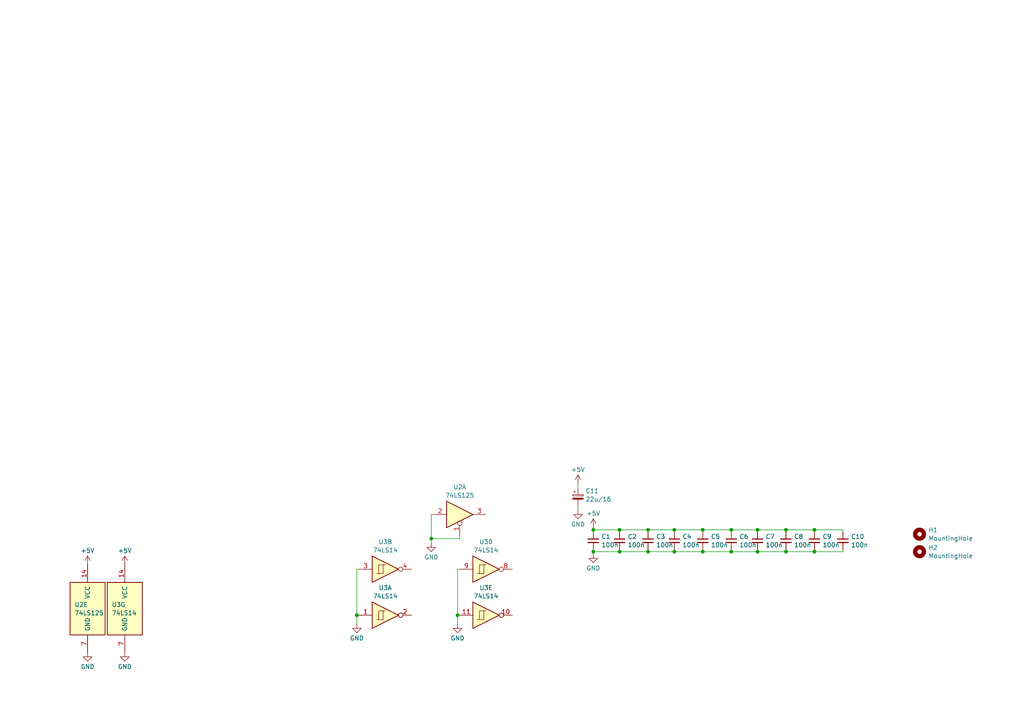
<source format=kicad_sch>
(kicad_sch (version 20230121) (generator eeschema)
  (paper "A4")
  (title_block (title "NCL-501 8-Bit ISA SCSI Card") (date "2024-03-24") (rev "v1") (company "100% Offner") (comment 1 "v0.1: Initial"))
  (lib_symbols
    (symbol "74xx:74LS125" (pin_names (offset 1.016))
      (property "Reference" "U" (at 0 1.27 0))
      (property "Value" "74LS125" (at 0 -1.27 0))
      (symbol "74LS125_1_0"
        (polyline (pts (xy -3.81 3.81) (xy -3.81 -3.81) (xy 3.81 0) (xy -3.81 3.81)) (stroke (width 0.254)) (fill (type background)))
        (pin input inverted (at 0 -6.35 90) (length 4.445) (name "~") (number "1"))
        (pin input line (at -7.62 0 0) (length 3.81) (name "~") (number "2"))
        (pin tri_state line (at 7.62 0 180) (length 3.81) (name "~") (number "3"))
      )
      (symbol "74LS125_2_0"
        (polyline (pts (xy -3.81 3.81) (xy -3.81 -3.81) (xy 3.81 0) (xy -3.81 3.81)) (stroke (width 0.254)) (fill (type background)))
        (pin input inverted (at 0 -6.35 90) (length 4.445) (name "~") (number "4"))
        (pin input line (at -7.62 0 0) (length 3.81) (name "~") (number "5"))
        (pin tri_state line (at 7.62 0 180) (length 3.81) (name "~") (number "6"))
      )
      (symbol "74LS125_3_0"
        (polyline (pts (xy -3.81 3.81) (xy -3.81 -3.81) (xy 3.81 0) (xy -3.81 3.81)) (stroke (width 0.254)) (fill (type background)))
        (pin input inverted (at 0 -6.35 90) (length 4.445) (name "~") (number "10"))
        (pin tri_state line (at 7.62 0 180) (length 3.81) (name "~") (number "8"))
        (pin input line (at -7.62 0 0) (length 3.81) (name "~") (number "9"))
      )
      (symbol "74LS125_4_0"
        (polyline (pts (xy -3.81 3.81) (xy -3.81 -3.81) (xy 3.81 0) (xy -3.81 3.81)) (stroke (width 0.254)) (fill (type background)))
        (pin tri_state line (at 7.62 0 180) (length 3.81) (name "~") (number "11"))
        (pin input line (at -7.62 0 0) (length 3.81) (name "~") (number "12"))
        (pin input inverted (at 0 -6.35 90) (length 4.445) (name "~") (number "13"))
      )
      (symbol "74LS125_5_0"
        (pin power_in line (at 0 12.7 270) (length 5.08) (name "VCC") (number "14"))
        (pin power_in line (at 0 -12.7 90) (length 5.08) (name "GND") (number "7"))
      )
      (symbol "74LS125_5_1"
        (rectangle (start -5.08 7.62) (end 5.08 -7.62) (stroke (width 0.254)) (fill (type background)))
      )
    )
    (symbol "74xx:74LS14" (pin_names (offset 1.016))
      (property "Reference" "U" (at 0 1.27 0))
      (property "Value" "74LS14" (at 0 -1.27 0))
      (symbol "74LS14_1_0"
        (polyline (pts (xy -3.81 3.81) (xy -3.81 -3.81) (xy 3.81 0) (xy -3.81 3.81)) (stroke (width 0.254)) (fill (type background)))
        (pin input line (at -7.62 0 0) (length 3.81) (name "~") (number "1"))
        (pin output inverted (at 7.62 0 180) (length 3.81) (name "~") (number "2"))
      )
      (symbol "74LS14_1_1"
        (polyline (pts (xy -1.905 -1.27) (xy -1.905 1.27) (xy -0.635 1.27)))
        (polyline (pts (xy -2.54 -1.27) (xy -0.635 -1.27) (xy -0.635 1.27) (xy 0 1.27)))
      )
      (symbol "74LS14_2_0"
        (polyline (pts (xy -3.81 3.81) (xy -3.81 -3.81) (xy 3.81 0) (xy -3.81 3.81)) (stroke (width 0.254)) (fill (type background)))
        (pin input line (at -7.62 0 0) (length 3.81) (name "~") (number "3"))
        (pin output inverted (at 7.62 0 180) (length 3.81) (name "~") (number "4"))
      )
      (symbol "74LS14_2_1"
        (polyline (pts (xy -1.905 -1.27) (xy -1.905 1.27) (xy -0.635 1.27)))
        (polyline (pts (xy -2.54 -1.27) (xy -0.635 -1.27) (xy -0.635 1.27) (xy 0 1.27)))
      )
      (symbol "74LS14_3_0"
        (polyline (pts (xy -3.81 3.81) (xy -3.81 -3.81) (xy 3.81 0) (xy -3.81 3.81)) (stroke (width 0.254)) (fill (type background)))
        (pin input line (at -7.62 0 0) (length 3.81) (name "~") (number "5"))
        (pin output inverted (at 7.62 0 180) (length 3.81) (name "~") (number "6"))
      )
      (symbol "74LS14_3_1"
        (polyline (pts (xy -1.905 -1.27) (xy -1.905 1.27) (xy -0.635 1.27)))
        (polyline (pts (xy -2.54 -1.27) (xy -0.635 -1.27) (xy -0.635 1.27) (xy 0 1.27)))
      )
      (symbol "74LS14_4_0"
        (polyline (pts (xy -3.81 3.81) (xy -3.81 -3.81) (xy 3.81 0) (xy -3.81 3.81)) (stroke (width 0.254)) (fill (type background)))
        (pin output inverted (at 7.62 0 180) (length 3.81) (name "~") (number "8"))
        (pin input line (at -7.62 0 0) (length 3.81) (name "~") (number "9"))
      )
      (symbol "74LS14_4_1"
        (polyline (pts (xy -1.905 -1.27) (xy -1.905 1.27) (xy -0.635 1.27)))
        (polyline (pts (xy -2.54 -1.27) (xy -0.635 -1.27) (xy -0.635 1.27) (xy 0 1.27)))
      )
      (symbol "74LS14_5_0"
        (polyline (pts (xy -3.81 3.81) (xy -3.81 -3.81) (xy 3.81 0) (xy -3.81 3.81)) (stroke (width 0.254)) (fill (type background)))
        (pin output inverted (at 7.62 0 180) (length 3.81) (name "~") (number "10"))
        (pin input line (at -7.62 0 0) (length 3.81) (name "~") (number "11"))
      )
      (symbol "74LS14_5_1"
        (polyline (pts (xy -1.905 -1.27) (xy -1.905 1.27) (xy -0.635 1.27)))
        (polyline (pts (xy -2.54 -1.27) (xy -0.635 -1.27) (xy -0.635 1.27) (xy 0 1.27)))
      )
      (symbol "74LS14_6_0"
        (polyline (pts (xy -3.81 3.81) (xy -3.81 -3.81) (xy 3.81 0) (xy -3.81 3.81)) (stroke (width 0.254)) (fill (type background)))
        (pin output inverted (at 7.62 0 180) (length 3.81) (name "~") (number "12"))
        (pin input line (at -7.62 0 0) (length 3.81) (name "~") (number "13"))
      )
      (symbol "74LS14_6_1"
        (polyline (pts (xy -1.905 -1.27) (xy -1.905 1.27) (xy -0.635 1.27)))
        (polyline (pts (xy -2.54 -1.27) (xy -0.635 -1.27) (xy -0.635 1.27) (xy 0 1.27)))
      )
      (symbol "74LS14_7_0"
        (pin power_in line (at 0 12.7 270) (length 5.08) (name "VCC") (number "14"))
        (pin power_in line (at 0 -12.7 90) (length 5.08) (name "GND") (number "7"))
      )
      (symbol "74LS14_7_1"
        (rectangle (start -5.08 7.62) (end 5.08 -7.62) (stroke (width 0.254)) (fill (type background)))
      )
    )
    (symbol "Device:C_Polarized_Small" (pin_numbers hide) (pin_names (offset 0.254) hide)
      (property "Reference" "C" (at 0.254 1.778 0))
      (property "Value" "C_Polarized_Small" (at 0.254 -2.032 0))
      (symbol "C_Polarized_Small_0_1"
        (rectangle (start -1.524 -0.3048) (end 1.524 -0.6858) (fill (type outline)))
        (rectangle (start -1.524 0.6858) (end 1.524 0.3048))
        (polyline (pts (xy -1.27 1.524) (xy -0.762 1.524)))
        (polyline (pts (xy -1.016 1.27) (xy -1.016 1.778)))
      )
      (symbol "C_Polarized_Small_1_1"
        (pin passive line (at 0 2.54 270) (length 1.8542) (name "~") (number "1"))
        (pin passive line (at 0 -2.54 90) (length 1.8542) (name "~") (number "2"))
      )
    )
    (symbol "Device:C_Small" (pin_numbers hide) (pin_names (offset 0.254) hide)
      (property "Reference" "C" (at 0.254 1.778 0))
      (property "Value" "C_Small" (at 0.254 -2.032 0))
      (symbol "C_Small_0_1"
        (polyline (pts (xy -1.524 -0.508) (xy 1.524 -0.508)) (stroke (width 0.3302)))
        (polyline (pts (xy -1.524 0.508) (xy 1.524 0.508)) (stroke (width 0.3048)))
      )
      (symbol "C_Small_1_1"
        (pin passive line (at 0 2.54 270) (length 2.032) (name "~") (number "1"))
        (pin passive line (at 0 -2.54 90) (length 2.032) (name "~") (number "2"))
      )
    )
    (symbol "Mechanical:MountingHole" (pin_names (offset 1.016))
      (property "Reference" "H" (at 0 5.08 0))
      (property "Value" "MountingHole" (at 0 3.175 0))
      (symbol "MountingHole_0_1"
        (circle (center 0 0) (radius 1.27) (stroke (width 1.27)))
      )
    )
    (symbol "power:+5V" (power) (pin_names (offset 0))
      (property "Value" "+5V" (at 0 3.556 0))
      (symbol "+5V_0_1"
        (polyline (pts (xy -0.762 1.27) (xy 0 2.54)))
        (polyline (pts (xy 0 0) (xy 0 2.54)))
        (polyline (pts (xy 0 2.54) (xy 0.762 1.27)))
      )
      (symbol "+5V_1_1"
        (pin power_in line (at 0 0 90) (length 0) hide (name "+5V") (number "1"))
      )
    )
    (symbol "power:GND" (power) (pin_names (offset 0))
      (property "Value" "GND" (at 0 -3.81 0))
      (symbol "GND_0_1"
        (polyline (pts (xy 0 0) (xy 0 -1.27) (xy 1.27 -1.27) (xy 0 -2.54) (xy -1.27 -1.27) (xy 0 -1.27)))
      )
      (symbol "GND_1_1"
        (pin power_in line (at 0 0 270) (length 0) hide (name "GND") (number "1"))
      )
    )
  )
  (junction (at 227.965 153.67))
  (junction (at 212.09 160.02))
  (junction (at 187.96 153.67))
  (junction (at 195.58 153.67))
  (junction (at 179.705 160.02))
  (junction (at 236.22 153.67))
  (junction (at 187.96 160.02))
  (junction (at 203.835 153.67))
  (junction (at 179.705 153.67))
  (junction (at 172.085 160.02))
  (junction (at 125.095 156.21))
  (junction (at 132.715 178.435))
  (junction (at 219.71 153.67))
  (junction (at 172.085 153.67))
  (junction (at 227.965 160.02))
  (junction (at 236.22 160.02))
  (junction (at 103.505 178.435))
  (junction (at 203.835 160.02))
  (junction (at 195.58 160.02))
  (junction (at 212.09 153.67))
  (junction (at 219.71 160.02))
  (wire (pts (xy 219.71 159.385) (xy 219.71 160.02)))
  (wire (pts (xy 179.705 153.67) (xy 187.96 153.67)))
  (wire (pts (xy 125.095 156.21) (xy 125.095 149.225)))
  (wire (pts (xy 195.58 153.67) (xy 203.835 153.67)))
  (wire (pts (xy 132.715 178.435) (xy 133.35 178.435)))
  (wire (pts (xy 212.09 159.385) (xy 212.09 160.02)))
  (wire (pts (xy 132.715 165.1) (xy 132.715 178.435)))
  (wire (pts (xy 212.09 160.02) (xy 203.835 160.02)))
  (wire (pts (xy 172.085 159.385) (xy 172.085 160.02)))
  (wire (pts (xy 125.095 149.225) (xy 125.73 149.225)))
  (wire (pts (xy 132.715 180.975) (xy 132.715 178.435)))
  (wire (pts (xy 244.475 159.385) (xy 244.475 160.02)))
  (wire (pts (xy 219.71 153.67) (xy 219.71 154.305)))
  (wire (pts (xy 203.835 159.385) (xy 203.835 160.02)))
  (wire (pts (xy 179.705 153.67) (xy 179.705 154.305)))
  (wire (pts (xy 203.835 153.67) (xy 203.835 154.305)))
  (wire (pts (xy 172.085 153.67) (xy 172.085 154.305)))
  (wire (pts (xy 219.71 160.02) (xy 227.965 160.02)))
  (wire (pts (xy 227.965 160.02) (xy 236.22 160.02)))
  (wire (pts (xy 103.505 180.975) (xy 103.505 178.435)))
  (wire (pts (xy 195.58 153.67) (xy 195.58 154.305)))
  (wire (pts (xy 125.095 157.48) (xy 125.095 156.21)))
  (wire (pts (xy 172.085 160.02) (xy 172.085 160.655)))
  (wire (pts (xy 227.965 153.67) (xy 227.965 154.305)))
  (wire (pts (xy 236.22 159.385) (xy 236.22 160.02)))
  (wire (pts (xy 203.835 153.67) (xy 212.09 153.67)))
  (wire (pts (xy 133.35 155.575) (xy 133.35 156.21)))
  (wire (pts (xy 167.64 140.335) (xy 167.64 141.605)))
  (wire (pts (xy 244.475 153.67) (xy 244.475 154.305)))
  (wire (pts (xy 187.96 159.385) (xy 187.96 160.02)))
  (wire (pts (xy 212.09 153.67) (xy 219.71 153.67)))
  (wire (pts (xy 172.085 160.02) (xy 179.705 160.02)))
  (wire (pts (xy 227.965 153.67) (xy 236.22 153.67)))
  (wire (pts (xy 244.475 160.02) (xy 236.22 160.02)))
  (wire (pts (xy 125.095 156.21) (xy 133.35 156.21)))
  (wire (pts (xy 219.71 153.67) (xy 227.965 153.67)))
  (wire (pts (xy 103.505 178.435) (xy 104.14 178.435)))
  (wire (pts (xy 187.96 153.67) (xy 187.96 154.305)))
  (wire (pts (xy 219.71 160.02) (xy 212.09 160.02)))
  (wire (pts (xy 195.58 160.02) (xy 187.96 160.02)))
  (wire (pts (xy 103.505 165.1) (xy 103.505 178.435)))
  (wire (pts (xy 227.965 159.385) (xy 227.965 160.02)))
  (wire (pts (xy 167.64 146.685) (xy 167.64 147.955)))
  (wire (pts (xy 195.58 160.02) (xy 203.835 160.02)))
  (wire (pts (xy 236.22 153.67) (xy 244.475 153.67)))
  (wire (pts (xy 187.96 153.67) (xy 195.58 153.67)))
  (wire (pts (xy 172.085 153.67) (xy 179.705 153.67)))
  (wire (pts (xy 236.22 153.67) (xy 236.22 154.305)))
  (wire (pts (xy 172.085 153.035) (xy 172.085 153.67)))
  (wire (pts (xy 212.09 153.67) (xy 212.09 154.305)))
  (wire (pts (xy 133.35 165.1) (xy 132.715 165.1)))
  (wire (pts (xy 104.14 165.1) (xy 103.505 165.1)))
  (wire (pts (xy 187.96 160.02) (xy 179.705 160.02)))
  (wire (pts (xy 179.705 159.385) (xy 179.705 160.02)))
  (wire (pts (xy 195.58 159.385) (xy 195.58 160.02)))
  (symbol (lib_id "Mechanical:MountingHole") (at 266.7 154.94 0) (unit 1)
    (property "Reference" "H1" (at 269.24 153.7279 0) (effects (justify left)))
    (property "Value" "MountingHole" (at 269.24 156.1521 0) (effects (justify left)))
    (property "Footprint" "MountingHole:MountingHole_3.5mm" (effects hide))
  )
  (symbol (lib_id "74xx:74LS125") (at 25.4 176.53 0) (unit 5)
    (property "Reference" "U2" (at 21.59 175.3758 0) (effects (justify left)))
    (property "Value" "74LS125" (at 21.59 177.8 0) (effects (justify left)))
    (property "Footprint" "Package_DIP:DIP-14_W7.62mm" (effects hide))
    (property "Datasheet" "http://www.ti.com/lit/gpn/sn74LS125" (effects hide))
  )
  (symbol (lib_id "power:GND") (at 167.64 147.955 0) (unit 1)
    (property "Reference" "#PWR016" (effects hide))
    (property "Value" "GND" (at 167.64 152.0881 0))
  )
  (symbol (lib_id "power:GND") (at 132.715 180.975 0) (unit 1)
    (property "Reference" "#PWR046" (effects hide))
    (property "Value" "GND" (at 132.715 185.1081 0))
  )
  (symbol (lib_id "power:GND") (at 125.095 157.48 0) (unit 1)
    (property "Reference" "#PWR033" (effects hide))
    (property "Value" "GND" (at 125.095 161.6131 0))
  )
  (symbol (lib_id "Device:C_Small") (at 219.71 156.845 0) (unit 1)
    (property "Reference" "C7" (at 222.0341 155.6392 0) (effects (justify left)))
    (property "Value" "100n" (at 222.0341 158.0634 0) (effects (justify left)))
    (property "Footprint" "Capacitor_THT:C_Disc_D8.0mm_W2.5mm_P5.00mm" (effects hide))
  )
  (symbol (lib_id "Mechanical:MountingHole") (at 266.7 160.02 0) (unit 1)
    (property "Reference" "H2" (at 269.24 158.8079 0) (effects (justify left)))
    (property "Value" "MountingHole" (at 269.24 161.2321 0) (effects (justify left)))
    (property "Footprint" "MountingHole:MountingHole_3.5mm" (effects hide))
  )
  (symbol (lib_id "Device:C_Polarized_Small") (at 167.64 144.145 0) (unit 1)
    (property "Reference" "C11" (at 169.799 142.3868 0) (effects (justify left)))
    (property "Value" "22u/16" (at 169.799 144.811 0) (effects (justify left)))
    (property "Footprint" "Capacitor_THT:CP_Axial_L11.0mm_D5.0mm_P18.00mm_Horizontal" (effects hide))
  )
  (symbol (lib_id "74xx:74LS14") (at 140.97 178.435 0) (unit 5)
    (property "Reference" "U3" (at 140.97 170.4807 0))
    (property "Value" "74LS14" (at 140.97 172.9049 0))
    (property "Footprint" "Package_DIP:DIP-14_W7.62mm" (effects hide))
    (property "Datasheet" "http://www.ti.com/lit/gpn/sn74LS14" (effects hide))
  )
  (symbol (lib_id "Device:C_Small") (at 187.96 156.845 0) (unit 1)
    (property "Reference" "C3" (at 190.2841 155.6392 0) (effects (justify left)))
    (property "Value" "100n" (at 190.2841 158.0634 0) (effects (justify left)))
    (property "Footprint" "Capacitor_THT:C_Disc_D8.0mm_W2.5mm_P5.00mm" (effects hide))
  )
  (symbol (lib_id "Device:C_Small") (at 179.705 156.845 0) (unit 1)
    (property "Reference" "C2" (at 182.0291 155.6392 0) (effects (justify left)))
    (property "Value" "100n" (at 182.0291 158.0634 0) (effects (justify left)))
    (property "Footprint" "Capacitor_THT:C_Disc_D8.0mm_W2.5mm_P5.00mm" (effects hide))
  )
  (symbol (lib_id "Device:C_Small") (at 236.22 156.845 0) (unit 1)
    (property "Reference" "C9" (at 238.5441 155.6392 0) (effects (justify left)))
    (property "Value" "100n" (at 238.5441 158.0634 0) (effects (justify left)))
    (property "Footprint" "Capacitor_THT:C_Disc_D8.0mm_W2.5mm_P5.00mm" (effects hide))
  )
  (symbol (lib_id "74xx:74LS14") (at 111.76 165.1 0) (unit 2)
    (property "Reference" "U3" (at 111.76 157.1457 0))
    (property "Value" "74LS14" (at 111.76 159.5699 0))
    (property "Footprint" "Package_DIP:DIP-14_W7.62mm" (effects hide))
    (property "Datasheet" "http://www.ti.com/lit/gpn/sn74LS14" (effects hide))
  )
  (symbol (lib_id "power:+5V") (at 25.4 163.83 0) (unit 1)
    (property "Reference" "#PWR038" (effects hide))
    (property "Value" "+5V" (at 25.4 159.6969 0))
  )
  (symbol (lib_id "Device:C_Small") (at 195.58 156.845 0) (unit 1)
    (property "Reference" "C4" (at 197.9041 155.6392 0) (effects (justify left)))
    (property "Value" "100n" (at 197.9041 158.0634 0) (effects (justify left)))
    (property "Footprint" "Capacitor_THT:C_Disc_D8.0mm_W2.5mm_P5.00mm" (effects hide))
  )
  (symbol (lib_id "74xx:74LS14") (at 140.97 165.1 0) (unit 4)
    (property "Reference" "U3" (at 140.97 157.1457 0))
    (property "Value" "74LS14" (at 140.97 159.5699 0))
    (property "Footprint" "Package_DIP:DIP-14_W7.62mm" (effects hide))
    (property "Datasheet" "http://www.ti.com/lit/gpn/sn74LS14" (effects hide))
  )
  (symbol (lib_id "power:GND") (at 172.085 160.655 0) (unit 1)
    (property "Reference" "#PWR037" (effects hide))
    (property "Value" "GND" (at 172.085 164.7881 0))
  )
  (symbol (lib_id "Device:C_Small") (at 172.085 156.845 0) (unit 1)
    (property "Reference" "C1" (at 174.4091 155.6392 0) (effects (justify left)))
    (property "Value" "100n" (at 174.4091 158.0634 0) (effects (justify left)))
    (property "Footprint" "Capacitor_THT:C_Disc_D8.0mm_W2.5mm_P5.00mm" (effects hide))
  )
  (symbol (lib_id "power:+5V") (at 172.085 153.035 0) (unit 1)
    (property "Reference" "#PWR036" (effects hide))
    (property "Value" "+5V" (at 172.085 148.9019 0))
  )
  (symbol (lib_id "Device:C_Small") (at 212.09 156.845 0) (unit 1)
    (property "Reference" "C6" (at 214.4141 155.6392 0) (effects (justify left)))
    (property "Value" "100n" (at 214.4141 158.0634 0) (effects (justify left)))
    (property "Footprint" "Capacitor_THT:C_Disc_D8.0mm_W2.5mm_P5.00mm" (effects hide))
  )
  (symbol (lib_id "Device:C_Small") (at 244.475 156.845 0) (unit 1)
    (property "Reference" "C10" (at 246.7991 155.6392 0) (effects (justify left)))
    (property "Value" "100n" (at 246.7991 158.0634 0) (effects (justify left)))
    (property "Footprint" "Capacitor_THT:C_Disc_D8.0mm_W2.5mm_P5.00mm" (effects hide))
  )
  (symbol (lib_id "power:GND") (at 36.195 189.23 0) (unit 1)
    (property "Reference" "#PWR044" (effects hide))
    (property "Value" "GND" (at 36.195 193.3631 0))
  )
  (symbol (lib_id "74xx:74LS14") (at 36.195 176.53 0) (unit 7)
    (property "Reference" "U3" (at 32.385 175.3758 0) (effects (justify left)))
    (property "Value" "74LS14" (at 32.385 177.8 0) (effects (justify left)))
    (property "Footprint" "Package_DIP:DIP-14_W7.62mm" (effects hide))
    (property "Datasheet" "http://www.ti.com/lit/gpn/sn74LS14" (effects hide))
  )
  (symbol (lib_id "power:GND") (at 103.505 180.975 0) (unit 1)
    (property "Reference" "#PWR032" (effects hide))
    (property "Value" "GND" (at 103.505 185.1081 0))
  )
  (symbol (lib_id "power:+5V") (at 167.64 140.335 0) (unit 1)
    (property "Reference" "#PWR015" (effects hide))
    (property "Value" "+5V" (at 167.64 136.2019 0))
  )
  (symbol (lib_id "power:+5V") (at 36.195 163.83 0) (unit 1)
    (property "Reference" "#PWR039" (effects hide))
    (property "Value" "+5V" (at 36.195 159.6969 0))
  )
  (symbol (lib_id "Device:C_Small") (at 227.965 156.845 0) (unit 1)
    (property "Reference" "C8" (at 230.2891 155.6392 0) (effects (justify left)))
    (property "Value" "100n" (at 230.2891 158.0634 0) (effects (justify left)))
    (property "Footprint" "Capacitor_THT:C_Disc_D8.0mm_W2.5mm_P5.00mm" (effects hide))
  )
  (symbol (lib_id "74xx:74LS125") (at 133.35 149.225 0) (unit 1)
    (property "Reference" "U2" (at 133.35 141.2707 0))
    (property "Value" "74LS125" (at 133.35 143.6949 0))
    (property "Footprint" "Package_DIP:DIP-14_W7.62mm" (effects hide))
    (property "Datasheet" "http://www.ti.com/lit/gpn/sn74LS125" (effects hide))
  )
  (symbol (lib_id "74xx:74LS14") (at 111.76 178.435 0) (unit 1)
    (property "Reference" "U3" (at 111.76 170.4807 0))
    (property "Value" "74LS14" (at 111.76 172.9049 0))
    (property "Footprint" "Package_DIP:DIP-14_W7.62mm" (effects hide))
    (property "Datasheet" "http://www.ti.com/lit/gpn/sn74LS14" (effects hide))
  )
  (symbol (lib_id "power:GND") (at 25.4 189.23 0) (unit 1)
    (property "Reference" "#PWR043" (effects hide))
    (property "Value" "GND" (at 25.4 193.3631 0))
  )
  (symbol (lib_id "Device:C_Small") (at 203.835 156.845 0) (unit 1)
    (property "Reference" "C5" (at 206.1591 155.6392 0) (effects (justify left)))
    (property "Value" "100n" (at 206.1591 158.0634 0) (effects (justify left)))
    (property "Footprint" "Capacitor_THT:C_Disc_D8.0mm_W2.5mm_P5.00mm" (effects hide))
  )
)
</source>
